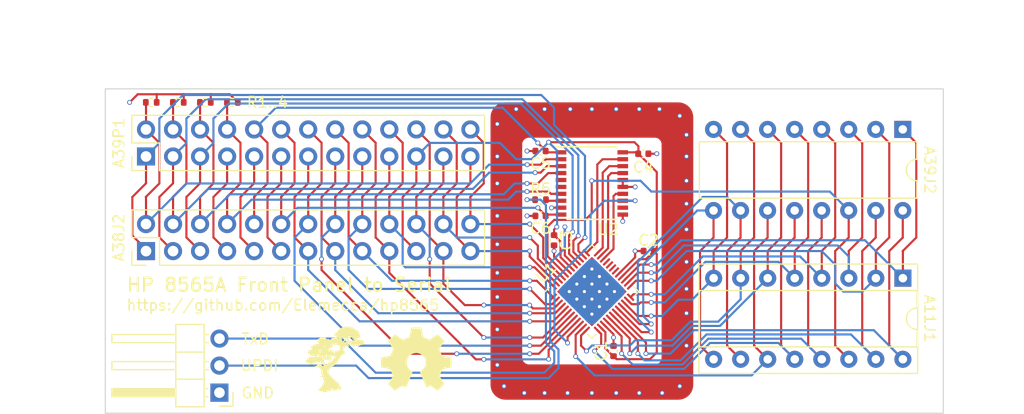
<source format=kicad_pcb>
(kicad_pcb (version 20211014) (generator pcbnew)
  (title_block (title "HP 8565A Front Panel to Serial") (date "2023-07-06") (rev "1.0") (company "© 2023 Sam Hanes, licensed under CERN-OHL-P v2") (comment 1 "https://github.com/Elemecca/hp8565"))
  (layers (0 "F.Cu" signal) (1 "In1.Cu" power) (2 "In2.Cu" power) (31 "B.Cu" signal) (34 "B.Paste" user) (35 "F.Paste" user) (36 "B.SilkS" user "B.Silkscreen") (37 "F.SilkS" user "F.Silkscreen") (38 "B.Mask" user) (39 "F.Mask" user) (44 "Edge.Cuts" user))
  (net 0 "")
  (net 1 "/STS")
  (net 2 "/BWK")
  (net 3 "/STM")
  (net 4 "/FSM")
  (net 5 "/STU")
  (net 6 "/FSK")
  (net 7 "GND")
  (net 8 "+15V")
  (net 9 "-15V")
  (net 10 "/MX2")
  (net 11 "/MX4")
  (net 12 "/MX1")
  (net 13 "/MX5")
  (net 14 "/MX6")
  (net 15 "+5V")
  (net 16 "/MX3")
  (net 17 "/CFdp")
  (net 18 "/CFf")
  (net 19 "/CFg")
  (net 20 "/CFe")
  (net 21 "/CFd")
  (net 22 "/CFc")
  (net 23 "/CFb")
  (net 24 "/CFa")
  (net 25 "/dpC")
  (net 26 "/CK")
  (net 31 "/NC1")
  (net 32 "/UPDI")
  (net 33 "/LOG{slash}~{LIN}")
  (net 36 "/TXD")
  (net 37 "/LLOG{slash}~{LIN}")
  (net 38 "/LTXD")
  (net 39 "/LBWK")
  (net 40 "/LFSK")
  (net 41 "/LFSM")
  (net 42 "/LFSE5")
  (net 43 "/LFSE6")
  (net 44 "/LFSE4")
  (net 45 "/LFSE7")
  (net 46 "/LFSE2")
  (net 47 "/LFSE3")
  (net 48 "/LFSE1")
  (net 49 "/HTXD")
  (net 51 "/CF5")
  (net 52 "/CF4")
  (net 53 "/CF2")
  (net 54 "/CF1")
  (net 55 "/~{CF0}")
  (net 56 "/~{CF3}")
  (footprint "Connector_PinHeader_2.54mm:PinHeader_2x13_P2.54mm_Vertical" (layer "F.Cu") (at 105.425 91.445 90)
    (fp_text reference "J1" hide)
    (fp_text value "Pin_Header")
  )
  (footprint "Capacitor_SMD:C_0402_1005Metric" (layer "F.Cu") (at 152.654 91.44 180)
    (fp_text reference "C2")
    (fp_text value "100n")
  )
  (footprint "Package_DFN_QFN:UQFN-48-1EP_6x6mm_P0.4mm_EP4.62x4.62mm" (layer "F.Cu") (at 147.32 95.25 45)
    (fp_text reference "U1")
    (fp_text value "ATmega4809-M")
  )
  (footprint "Capacitor_SMD:C_0402_1005Metric" (layer "F.Cu") (at 142.494 82.042 180)
    (fp_text reference "C5")
    (fp_text value "100n")
  )
  (footprint "Package_DIP:DIP-16_W7.62mm_Socket" (layer "F.Cu") (at 176.54 93.99 -90)
    (fp_text reference "J3" hide)
    (fp_text value "DIP Socket")
  )
  (footprint "Connector_PinHeader_2.54mm:PinHeader_2x13_P2.54mm_Vertical" (layer "F.Cu") (at 105.425 82.555 90)
    (fp_text reference "J2" hide)
    (fp_text value "Pin_Header")
  )
  (footprint "Capacitor_SMD:C_0402_1005Metric" (layer "F.Cu") (at 143.764 90.424 -90)
    (fp_text reference "C3")
    (fp_text value "100n")
  )
  (footprint "0Local:Masach_MS230-20" (layer "F.Cu") (at 147.32 91.44 90)
    (fp_text reference "J5" hide)
    (fp_text value "Masach_MS230-20S")
  )
  (footprint "Capacitor_SMD:C_0402_1005Metric" (layer "F.Cu") (at 149.352 100.838 90)
    (fp_text reference "C1")
    (fp_text value "100n")
  )
  (footprint "Connector_PinHeader_2.54mm:PinHeader_1x03_P2.54mm_Horizontal" (layer "F.Cu") (at 112.325 104.745 180)
    (fp_text reference "J4" hide)
    (fp_text value "Pin_Header")
  )
  (footprint "Capacitor_SMD:C_0402_1005Metric" (layer "F.Cu") (at 142.494 88.138 180)
    (fp_text reference "C6")
    (fp_text value "100n")
  )
  (footprint "Package_SO:SSOP-20_4.4x6.5mm_P0.65mm" (layer "F.Cu") (at 147.32 85.09)
    (fp_text reference "U2")
    (fp_text value "GD75232DB")
  )
  (footprint "0Local:Symbol_Bonsai_6.7mm" (layer "F.Cu") (at 123.19 101.6)
    (fp_text reference "G***" hide)
    (fp_text value "LOGO" hide)
  )
  (footprint "Capacitor_SMD:C_0402_1005Metric" (layer "F.Cu") (at 152.146 82.296)
    (fp_text reference "C4")
    (fp_text value "100n")
  )
  (footprint "Symbol:OSHW-Symbol_6.7x6mm_SilkScreen" (layer "F.Cu") (at 130.81 101.6)
    (fp_text reference "REF**" hide)
    (fp_text value "OSHW-Symbol_6.7x6mm_SilkScreen" hide)
  )
  (footprint "Resistor_SMD:R_0402_1005Metric" (layer "F.Cu") (at 113.538 77.47 180)
    (fp_text reference "R1" hide)
    (fp_text value "1k5")
  )
  (footprint "Resistor_SMD:R_0402_1005Metric" (layer "F.Cu") (at 142.494 86.614 180)
    (fp_text reference "R5")
    (fp_text value "50R")
  )
  (footprint "Resistor_SMD:R_0402_1005Metric" (layer "F.Cu") (at 110.998 77.47 180)
    (fp_text reference "R2" hide)
    (fp_text value "1k5")
  )
  (footprint "Package_DIP:DIP-16_W7.62mm" (layer "F.Cu") (at 176.53 80.01 -90)
    (fp_text reference "P1" hide)
    (fp_text value "DIP Pins")
  )
  (footprint "Resistor_SMD:R_0402_1005Metric" (layer "F.Cu") (at 108.458 77.47 180)
    (fp_text reference "R3" hide)
    (fp_text value "1k5")
  )
  (footprint "Resistor_SMD:R_0402_1005Metric" (layer "F.Cu") (at 105.918 77.47 180)
    (fp_text reference "R4" hide)
    (fp_text value "1k5")
  )
  (gr_rect (start 101.6 106.68) (end 180.34 76.2) (layer "Edge.Cuts") (width 0.1) (fill none))
  (gr_text "${TITLE}" (at 103.505 94.615) (layer "F.SilkS") (effects (font (size 1.25 1.25) (thickness 0.2)) (justify left)))
  (gr_text "R1..4" (at 114.808 77.47) (layer "F.SilkS") (effects (font (size 1 1)) (justify left)))
  (gr_text "${COMMENT1}" (at 103.505 96.52) (layer "F.SilkS") (effects (font (size 1 1)) (justify left)))
  (segment (start 104.14 89.985) (end 104.14 86.36) (width 0.2) (layer "F.Cu") (net 1))
  (segment (start 104.14 86.36) (end 105.425 85.075) (width 0.2) (layer "F.Cu") (net 1))
  (segment (start 146.05 91.434415) (end 146.05 90.790497) (width 0.2) (layer "F.Cu") (net 1))
  (segment (start 105.425 85.075) (end 105.425 82.555) (width 0.2) (layer "F.Cu") (net 1))
  (segment (start 146.05 90.790497) (end 146.670497 90.17) (width 0.2) (layer "F.Cu") (net 1))
  (segment (start 146.512131 91.896546) (end 146.05 91.434415) (width 0.2) (layer "F.Cu") (net 1))
  (segment (start 105.425 91.27) (end 104.14 89.985) (width 0.2) (layer "F.Cu") (net 1))
  (via (at 146.670497 90.17) (size 0.45) (drill 0.3) (layers "F.Cu" "B.Cu") (net 1))
  (segment (start 106.68 78.994) (end 106.68 81.3) (width 0.2) (layer "B.Cu") (net 1))
  (segment (start 146.670497 90.17) (end 146.670497 82.489441) (width 0.2) (layer "B.Cu") (net 1))
  (segment (start 106.68 81.3) (end 105.425 82.555) (width 0.2) (layer "B.Cu") (net 1))
  (segment (start 142.564 76.778) (end 108.896 76.778) (width 0.2) (layer "B.Cu") (net 1))
  (segment (start 143.764 77.978) (end 142.564 76.778) (width 0.2) (layer "B.Cu") (net 1))
  (segment (start 143.764 79.582944) (end 143.764 77.978) (width 0.2) (layer "B.Cu") (net 1))
  (segment (start 108.896 76.778) (end 106.68 78.994) (width 0.2) (layer "B.Cu") (net 1))
  (segment (start 146.670497 82.489441) (end 143.764 79.582944) (width 0.2) (layer "B.Cu") (net 1))
  (segment (start 105.425 86.375) (end 105.425 88.905) (width 0.2) (layer "F.Cu") (net 2))
  (segment (start 106.68 85.09) (end 105.41 86.36) (width 0.2) (layer "F.Cu") (net 2))
  (segment (start 142.48575 83.3285) (end 142.99925 82.815) (width 0.2) (layer "F.Cu") (net 2))
  (segment (start 142.99925 82.815) (end 144.42 82.815) (width 0.2) (layer "F.Cu") (net 2))
  (segment (start 105.425 80.015) (end 106.68 81.27) (width 0.2) (layer "F.Cu") (net 2))
  (segment (start 141.2405 83.3285) (end 142.48575 83.3285) (width 0.2) (layer "F.Cu") (net 2))
  (segment (start 105.425 80.015) (end 105.425 77.487) (width 0.2) (layer "F.Cu") (net 2))
  (segment (start 106.68 81.27) (end 106.68 85.09) (width 0.2) (layer "F.Cu") (net 2))
  (segment (start 105.41 86.36) (end 105.425 86.375) (width 0.2) (layer "F.Cu") (net 2))
  (via (at 141.2405 83.3285) (size 0.45) (drill 0.3) (layers "F.Cu" "B.Cu") (net 2))
  (segment (start 141.2405 83.3285) (end 137.6515 83.3285) (width 0.2) (layer "B.Cu") (net 2))
  (segment (start 135.89 85.09) (end 109.24 85.09) (width 0.2) (layer "B.Cu") (net 2))
  (segment (start 109.24 85.09) (end 105.425 88.905) (width 0.2) (layer "B.Cu") (net 2))
  (segment (start 137.6515 83.3285) (end 135.89 85.09) (width 0.2) (layer "B.Cu") (net 2))
  (segment (start 106.68 90.16) (end 107.965 91.445) (width 0.2) (layer "F.Cu") (net 3))
  (segment (start 106.68 86.36) (end 106.68 90.16) (width 0.2) (layer "F.Cu") (net 3))
  (segment (start 107.965 82.555) (end 107.965 85.075) (width 0.2) (layer "F.Cu") (net 3))
  (segment (start 146.229288 92.179389) (end 145.58 91.530101) (width 0.2) (layer "F.Cu") (net 3))
  (segment (start 107.965 85.075) (end 106.68 86.36) (width 0.2) (layer "F.Cu") (net 3))
  (segment (start 145.58 91.530101) (end 145.58 90.47061) (width 0.2) (layer "F.Cu") (net 3))
  (segment (start 145.58 90.47061) (end 146.041149 90.009461) (width 0.2) (layer "F.Cu") (net 3))
  (via (at 146.041149 90.009461) (size 0.45) (drill 0.3) (layers "F.Cu" "B.Cu") (net 3))
  (segment (start 109.22 81.3) (end 107.965 82.555) (width 0.2) (layer "B.Cu") (net 3))
  (segment (start 109.22 78.994) (end 109.22 81.3) (width 0.2) (layer "B.Cu") (net 3))
  (segment (start 146.041149 82.425779) (end 140.79337 77.178) (width 0.2) (layer "B.Cu") (net 3))
  (segment (start 146.041149 90.009461) (end 146.041149 82.425779) (width 0.2) (layer "B.Cu") (net 3))
  (segment (start 140.79337 77.178) (end 111.036 77.178) (width 0.2) (layer "B.Cu") (net 3))
  (segment (start 111.036 77.178) (end 109.22 78.994) (width 0.2) (layer "B.Cu") (net 3))
  (segment (start 109.22 85.09) (end 107.95 86.36) (width 0.2) (layer "F.Cu") (net 4))
  (segment (start 107.95 86.36) (end 107.965 86.375) (width 0.2) (layer "F.Cu") (net 4))
  (segment (start 142.494 84.074) (end 143.103 83.465) (width 0.2) (layer "F.Cu") (net 4))
  (segment (start 141.986 84.074) (end 142.494 84.074) (width 0.2) (layer "F.Cu") (net 4))
  (segment (start 143.103 83.465) (end 144.42 83.465) (width 0.2) (layer "F.Cu") (net 4))
  (segment (start 107.965 80.015) (end 109.22 81.27) (width 0.2) (layer "F.Cu") (net 4))
  (segment (start 107.965 80.015) (end 107.965 77.487) (width 0.2) (layer "F.Cu") (net 4))
  (segment (start 109.22 81.27) (end 109.22 85.09) (width 0.2) (layer "F.Cu") (net 4))
  (segment (start 107.965 86.375) (end 107.965 88.905) (width 0.2) (layer "F.Cu") (net 4))
  (via (at 141.986 84.074) (size 0.45) (drill 0.3) (layers "F.Cu" "B.Cu") (net 4))
  (segment (start 137.668 84.074) (end 136.144 85.598) (width 0.2) (layer "B.Cu") (net 4))
  (segment (start 111.272 85.598) (end 107.965 88.905) (width 0.2) (layer "B.Cu") (net 4))
  (segment (start 136.144 85.598) (end 111.272 85.598) (width 0.2) (layer "B.Cu") (net 4))
  (segment (start 141.986 84.074) (end 137.668 84.074) (width 0.2) (layer "B.Cu") (net 4))
  (segment (start 109.22 90.16) (end 110.505 91.445) (width 0.2) (layer "F.Cu") (net 5))
  (segment (start 145.18 91.695787) (end 145.946445 92.462232) (width 0.2) (layer "F.Cu") (net 5))
  (segment (start 145.18 89.966473) (end 145.18 91.695787) (width 0.2) (layer "F.Cu") (net 5))
  (segment (start 110.505 85.075) (end 109.22 86.36) (width 0.2) (layer "F.Cu") (net 5))
  (segment (start 145.508083 89.63839) (end 145.18 89.966473) (width 0.2) (layer "F.Cu") (net 5))
  (segment (start 109.22 86.36) (end 109.22 90.16) (width 0.2) (layer "F.Cu") (net 5))
  (segment (start 110.505 82.555) (end 110.505 85.075) (width 0.2) (layer "F.Cu") (net 5))
  (via (at 145.508083 89.63839) (size 0.45) (drill 0.3) (layers "F.Cu" "B.Cu") (net 5))
  (segment (start 111.76 78.994) (end 111.76 81.3) (width 0.2) (layer "B.Cu") (net 5))
  (segment (start 145.508083 82.458398) (end 140.627685 77.578) (width 0.2) (layer "B.Cu") (net 5))
  (segment (start 140.627685 77.578) (end 113.176 77.578) (width 0.2) (layer "B.Cu") (net 5))
  (segment (start 111.76 81.3) (end 110.505 82.555) (width 0.2) (layer "B.Cu") (net 5))
  (segment (start 145.508083 89.63839) (end 145.508083 82.458398) (width 0.2) (layer "B.Cu") (net 5))
  (segment (start 113.176 77.578) (end 111.76 78.994) (width 0.2) (layer "B.Cu") (net 5))
  (segment (start 110.505 80.015) (end 111.76 81.27) (width 0.2) (layer "F.Cu") (net 6))
  (segment (start 111.76 81.27) (end 111.76 85.09) (width 0.2) (layer "F.Cu") (net 6))
  (segment (start 143.215 84.115) (end 144.42 84.115) (width 0.2) (layer "F.Cu") (net 6))
  (segment (start 110.505 80.015) (end 110.505 77.487) (width 0.2) (layer "F.Cu") (net 6))
  (segment (start 110.49 86.36) (end 110.505 86.375) (width 0.2) (layer "F.Cu") (net 6))
  (segment (start 142.24 85.09) (end 143.215 84.115) (width 0.2) (layer "F.Cu") (net 6))
  (segment (start 110.505 86.375) (end 110.505 88.905) (width 0.2) (layer "F.Cu") (net 6))
  (segment (start 141.224 85.09) (end 142.24 85.09) (width 0.2) (layer "F.Cu") (net 6))
  (segment (start 111.76 85.09) (end 110.49 86.36) (width 0.2) (layer "F.Cu") (net 6))
  (via (at 141.224 85.09) (size 0.45) (drill 0.3) (layers "F.Cu" "B.Cu") (net 6))
  (segment (start 140.052157 85.09) (end 139.036157 86.106) (width 0.2) (layer "B.Cu") (net 6))
  (segment (start 113.304 86.106) (end 110.505 88.905) (width 0.2) (layer "B.Cu") (net 6))
  (segment (start 139.036157 86.106) (end 113.304 86.106) (width 0.2) (layer "B.Cu") (net 6))
  (segment (start 141.224 85.09) (end 140.052157 85.09) (width 0.2) (layer "B.Cu") (net 6))
  (segment (start 113.045 85.075) (end 111.76 86.36) (width 0.2) (layer "F.Cu") (net 7))
  (segment (start 150.22 85.415) (end 150.22 84.765) (width 0.2) (layer "F.Cu") (net 7))
  (segment (start 106.426 76.708) (end 108.966 76.708) (width 0.2) (layer "F.Cu") (net 7))
  (segment (start 111.508 77.47) (end 111.508 76.71) (width 0.2) (layer "F.Cu") (net 7))
  (segment (start 143.5375 87.365) (end 143.5265 87.376) (width 0.2) (layer "F.Cu") (net 7))
  (segment (start 113.286 76.708) (end 114.048 77.47) (width 0.2) (layer "F.Cu") (net 7))
  (segment (start 108.968 76.71) (end 108.966 76.708) (width 0.2) (layer "F.Cu") (net 7))
  (segment (start 111.76 86.36) (end 111.76 90.17) (width 0.2) (layer "F.Cu") (net 7))
  (segment (start 151.384 91.44) (end 151.384 92.034528) (width 0.2) (layer "F.Cu") (net 7))
  (segment (start 106.426 76.708) (end 104.648 76.708) (width 0.2) (layer "F.Cu") (net 7))
  (segment (start 143.764 90.904) (end 143.764 91.976843) (width 0.2) (layer "F.Cu") (net 7))
  (segment (start 149.352 100.358) (end 149.352 99.568) (width 0.2) (layer "F.Cu") (net 7))
  (segment (start 115.585 82.555) (end 115.585 85.075) (width 0.2) (layer "F.Cu") (net 7))
  (segment (start 106.428 77.47) (end 106.428 76.71) (width 0.2) (layer "F.Cu") (net 7))
  (segment (start 144.42 87.365) (end 143.5375 87.365) (width 0.2) (layer "F.Cu") (net 7))
  (segment (start 152.654 82.296) (end 153.416 82.296) (width 0.2) (layer "F.Cu") (net 7))
  (segment (start 104.648 76.708) (end 103.886 77.47) (width 0.2) (layer "F.Cu") (net 7))
  (segment (start 151.384 91.44) (end 152.174 91.44) (width 0.2) (layer "F.Cu") (net 7))
  (segment (start 143.764 91.44) (end 143.764 90.904) (width 0.2) (layer "F.Cu") (net 7))
  (segment (start 108.968 77.47) (end 108.968 76.71) (width 0.2) (layer "F.Cu") (net 7))
  (segment (start 108.966 76.708) (end 111.506 76.708) (width 0.2) (layer "F.Cu") (net 7))
  (segment (start 149.352 99.261899) (end 149.352 99.568) (width 0.2) (layer "F.Cu") (net 7))
  (segment (start 148.410712 98.320611) (end 149.352 99.261899) (width 0.2) (layer "F.Cu") (net 7))
  (segment (start 106.428 76.71) (end 106.426 76.708) (width 0.2) (layer "F.Cu") (net 7))
  (segment (start 111.508 76.71) (end 111.506 76.708) (width 0.2) (layer "F.Cu") (net 7))
  (segment (start 111.506 76.708) (end 113.286 76.708) (width 0.2) (layer "F.Cu") (net 7))
  (segment (start 142.014 82.042) (end 141.224 82.042) (width 0.2) (layer "F.Cu") (net 7))
  (segment (start 142.014 88.138) (end 141.224 88.138) (width 0.2) (layer "F.Cu") (net 7))
  (segment (start 150.22 88.015) (end 150.22 88.646) (width 0.2) (layer "F.Cu") (net 7))
  (segment (start 151.384 85.415) (end 150.22 85.415) (width 0.2) (layer "F.Cu") (net 7))
  (segment (start 114.3 86.36) (end 114.3 90.16) (width 0.2) (layer "F.Cu") (net 7))
  (segment (start 111.76 90.17) (end 111.77 90.17) (width 0.2) (layer "F.Cu") (net 7))
  (segment (start 111.77 90.17) (end 113.045 91.445) (width 0.2) (layer "F.Cu") (net 7))
  (segment (start 115.585 85.075) (end 114.3 86.36) (width 0.2) (layer "F.Cu") (net 7))
  (segment (start 114.3 90.16) (end 115.585 91.445) (width 0.2) (layer "F.Cu") (net 7))
  (segment (start 113.045 82.555) (end 113.045 85.075) (width 0.2) (layer "F.Cu") (net 7))
  (segment (start 143.764 91.976843) (end 145.097917 93.31076) (width 0.2) (layer "F.Cu") (net 7))
  (segment (start 151.384 92.034528) (end 149.824926 93.593602) (width 0.2) (layer "F.Cu") (net 7))
  (via (at 149.606 104.775) (size 0.45) (drill 0.3) (layers "F.Cu" "B.Cu") (net 7))
  (via locked (at 146.612893 95.25) (size 0.45) (drill 0.3) (layers "F.Cu" "B.Cu") (net 7))
  (via (at 142.875 78.105) (size 0.45) (drill 0.3) (layers "F.Cu" "B.Cu") (net 7))
  (via (at 155.575 104.14) (size 0.45) (drill 0.3) (layers "F.Cu" "B.Cu") (net 7))
  (via (at 156.21 89.408) (size 0.45) (drill 0.3) (layers "F.Cu" "B.Cu") (net 7))
  (via (at 153.67 78.105) (size 0.45) (drill 0.3) (layers "F.Cu" "B.Cu") (net 7))
  (via (at 149.606 78.105) (size 0.45) (drill 0.3) (layers "F.Cu" "B.Cu") (net 7))
  (via (at 141.224 88.138) (size 0.45) (drill 0.3) (layers "F.Cu" "B.Cu") (net 7))
  (via (at 153.924 104.775) (size 0.45) (drill 0.3) (layers "F.Cu" "B.Cu") (net 7))
  (via locked (at 148.734214 95.957107) (size 0.45) (drill 0.3) (layers "F.Cu" "B.Cu") (net 7))
  (via (at 153.416 82.296) (size 0.45) (drill 0.3) (layers "F.Cu" "B.Cu") (net 7))
  (via locked (at 147.32 94.542893) (size 0.45) (drill 0.3) (layers "F.Cu" "B.Cu") (net 7))
  (via (at 147.32 78.105) (size 0.45) (drill 0.3) (layers "F.Cu" "B.Cu") (net 7))
  (via locked (at 147.32 97.37132) (size 0.45) (drill 0.3) (layers "F.Cu" "B.Cu") (net 7))
  (via (at 138.43 82.55) (size 0.45) (drill 0.3) (layers "F.Cu" "B.Cu") (net 7))
  (via (at 151.765 104.775) (size 0.45) (drill 0.3) (layers "F.Cu" "B.Cu") (net 7))
  (via (at 138.43 93.4885) (size 0.45) (drill 0.3) (layers "F.Cu" "B.Cu") (net 7))
  (via (at 155.575 78.74) (size 0.45) (drill 0.3) (layers "F.Cu" "B.Cu") (net 7))
  (via (at 156.21 97.282) (size 0.45) (drill 0.3) (layers "F.Cu" "B.Cu") (net 7))
  (via locked (at 146.612893 93.835786) (size 0.45) (drill 0.3) (layers "F.Cu" "B.Cu") (net 7))
  (via (at 143.5265 87.376) (size 0.45) (drill 0.3) (layers "F.Cu" "B.Cu") (net 7))
  (via (at 138.43 85.09) (size 0.45) (drill 0.3) (layers "F.Cu" "B.Cu") (net 7))
  (via locked (at 148.027107 95.25) (size 0.45) (drill 0.3) (layers "F.Cu" "B.Cu") (net 7))
  (via (at 138.43 90.805) (size 0.45) (drill 0.3) (layers "F.Cu" "B.Cu") (net 7))
  (via (at 156.21 82.55) (size 0.45) (drill 0.3) (layers "F.Cu" "B.Cu") (net 7))
  (via (at 138.43 102.141) (size 0.45) (drill 0.3) (layers "F.Cu" "B.Cu") (net 7))
  (via (at 138.43 88.138) (size 0.45) (drill 0.3) (layers "F.Cu" "B.Cu") (net 7))
  (via (at 156.21 80.518) (size 0.45) (drill 0.3) (layers "F.Cu" "B.Cu") (net 7))
  (via (at 156.21 84.836) (size 0.45) (drill 0.3) (layers "F.Cu" "B.Cu") (net 7))
  (via (at 143.764 91.44) (size 0.45) (drill 0.3) (layers "F.Cu" "B.Cu") (net 7))
  (via locked (at 147.32 95.957107) (size 0.45) (drill 0.3) (layers "F.Cu" "B.Cu") (net 7))
  (via locked (at 148.027107 93.835786) (size 0.45) (drill 0.3) (layers "F.Cu" "B.Cu") (net 7))
  (via (at 103.886 77.47) (size 0.45) (drill 0.3) (layers "F.Cu" "B.Cu") (net 7))
  (via (at 156.21 94.996) (size 0.45) (drill 0.3) (layers "F.Cu" "B.Cu") (net 7))
  (via (at 138.43 98.806) (size 0.45) (drill 0.3) (layers "F.Cu" "B.Cu") (net 7))
  (via (at 151.765 78.105) (size 0.45) (drill 0.3) (layers "F.Cu" "B.Cu") (net 7))
  (via (at 138.43 79.502) (size 0.45) (drill 0.3) (layers "F.Cu" "B.Cu") (net 7))
  (via (at 156.21 92.456) (size 0.45) (drill 0.3) (layers "F.Cu" "B.Cu") (net 7))
  (via (at 147.32 104.775) (size 0.45) (drill 0.3) (layers "F.Cu" "B.Cu") (net 7))
  (via (at 151.384 85.415) (size 0.45) (drill 0.3) (layers "F.Cu" "B.Cu") (net 7))
  (via (at 138.43 95.758) (size 0.45) (drill 0.3) (layers "F.Cu" "B.Cu") (net 7))
  (via (at 156.21 100.33) (size 0.45) (drill 0.3) (layers "F.Cu" "B.Cu") (net 7))
  (via (at 150.22 88.646) (size 0.45) (drill 0.3) (layers "F.Cu" "B.Cu") (net 7))
  (via locked (at 145.905786 94.542893) (size 0.45) (drill 0.3) (layers "F.Cu" "B.Cu") (net 7))
  (via (at 140.97 104.775) (size 0.45) (drill 0.3) (layers "F.Cu" "B.Cu") (net 7))
  (via (at 149.352 99.568) (size 0.45) (drill 0.3) (layers "F.Cu" "B.Cu") (net 7))
  (via locked (at 147.32 93.12868) (size 0.45) (drill 0.3) (layers "F.Cu" "B.Cu") (net 7))
  (via (at 151.384 91.44) (size 0.45) (drill 0.3) (layers "F.Cu" "B.Cu") (net 7))
  (via locked (at 148.734214 94.542893) (size 0.45) (drill 0.3) (layers "F.Cu" "B.Cu") (net 7))
  (via (at 156.21 86.995) (size 0.45) (drill 0.3) (layers "F.Cu" "B.Cu") (net 7))
  (via locked (at 146.612893 96.664214) (size 0.45) (drill 0.3) (layers "F.Cu" "B.Cu") (net 7))
  (via locked (at 148.027107 96.664214) (size 0.45) (drill 0.3) (layers "F.Cu" "B.Cu") (net 7))
  (via (at 140.208 78.105) (size 0.45) (drill 0.3) (layers "F.Cu" "B.Cu") (net 7))
  (via locked (at 149.44132 95.25) (size 0.45) (drill 0.3) (layers "F.Cu" "B.Cu") (net 7))
  (via locked (at 145.19868 95.25) (size 0.45) (drill 0.3) (layers "F.Cu" "B.Cu") (net 7))
  (via (at 145.288 78.105) (size 0.45) (drill 0.3) (layers "F.Cu" "B.Cu") (net 7))
  (via (at 142.875 104.775) (size 0.45) (drill 0.3) (layers "F.Cu" "B.Cu") (net 7))
  (via (at 141.224 82.042) (size 0.45) (drill 0.3) (layers "F.Cu" "B.Cu") (net 7))
  (via locked (at 145.905786 95.957107) (size 0.45) (drill 0.3) (layers "F.Cu" "B.Cu") (net 7))
  (via (at 145.034 104.775) (size 0.45) (drill 0.3) (layers "F.Cu" "B.Cu") (net 7))
  (via (at 139.065 104.14) (size 0.45) (drill 0.3) (layers "F.Cu" "B.Cu") (net 7))
  (segment (start 115.585 80.015) (end 116.84 81.27) (width 0.2) (layer "F.Cu") (net 8))
  (segment (start 116.84 85.09) (end 115.57 86.36) (width 0.2) (layer "F.Cu") (net 8))
  (segment (start 115.57 86.36) (end 115.585 86.375) (width 0.2) (layer "F.Cu") (net 8))
  (segment (start 116.84 81.27) (end 116.84 85.09) (width 0.2) (layer "F.Cu") (net 8))
  (segment (start 142.974 82.014) (end 142.24 81.28) (width 0.2) (layer "F.Cu") (net 8))
  (segment (start 144.42 82.165) (end 143.097 82.165) (width 0.2) (layer "F.Cu") (net 8))
  (segment (start 115.585 86.375) (end 115.585 88.905) (width 0.2) (layer "F.Cu") (net 8))
  (via (at 142.24 81.28) (size 0.45) (drill 0.3) (layers "F.Cu" "B.Cu") (net 8))
  (segment (start 117.622 77.978) (end 115.585 80.015) (width 0.2) (layer "B.Cu") (net 8))
  (segment (start 138.938 77.978) (end 117.622 77.978) (width 0.2) (layer "B.Cu") (net 8))
  (segment (start 142.24 81.28) (end 138.938 77.978) (width 0.2) (layer "B.Cu") (net 8))
  (segment (start 118.125 80.015) (end 119.38 81.27) (width 0.2) (layer "F.Cu") (net 9))
  (segment (start 119.38 81.27) (end 119.38 85.09) (width 0.2) (layer "F.Cu") (net 9))
  (segment (start 143.097 88.015) (end 144.42 88.015) (width 0.2) (layer "F.Cu") (net 9))
  (segment (start 118.11 86.36) (end 118.125 86.375) (width 0.2) (layer "F.Cu") (net 9))
  (segment (start 119.38 85.09) (end 118.11 86.36) (width 0.2) (layer "F.Cu") (net 9))
  (segment (start 142.24 87.376) (end 142.974 88.11) (width 0.2) (layer "F.Cu") (net 9))
  (segment (start 118.125 86.375) (end 118.125 88.905) (width 0.2) (layer "F.Cu") (net 9))
  (via (at 142.24 87.376) (size 0.45) (drill 0.3) (layers "F.Cu" "B.Cu") (net 9))
  (segment (start 119.654 87.376) (end 118.125 88.905) (width 0.2) (layer "B.Cu") (net 9))
  (segment (start 142.24 87.376) (end 119.654 87.376) (width 0.2) (layer "B.Cu") (net 9))
  (segment (start 143.677472 98.044) (end 144.815074 96.906398) (width 0.2) (layer "F.Cu") (net 10))
  (segment (start 120.665 82.555) (end 120.665 85.075) (width 0.2) (layer "F.Cu") (net 10))
  (segment (start 119.38 90.16) (end 120.665 91.445) (width 0.2) (layer "F.Cu") (net 10))
  (segment (start 120.665 85.075) (end 119.38 86.36) (width 0.2) (layer "F.Cu") (net 10))
  (segment (start 141.478 98.044) (end 143.677472 98.044) (width 0.2) (layer "F.Cu") (net 10))
  (segment (start 119.38 86.36) (end 119.38 90.16) (width 0.2) (layer "F.Cu") (net 10))
  (via (at 141.478 98.044) (size 0.45) (drill 0.3) (layers "F.Cu" "B.Cu") (net 10))
  (segment (start 125.491 98.044) (end 120.665 93.218) (width 0.2) (layer "B.Cu") (net 10))
  (segment (start 141.478 98.044) (end 125.491 98.044) (width 0.2) (layer "B.Cu") (net 10))
  (segment (start 120.665 93.218) (end 120.665 91.445) (width 0.2) (layer "B.Cu") (net 10))
  (segment (start 121.92 85.09) (end 120.65 86.36) (width 0.2) (layer "F.Cu") (net 11))
  (segment (start 120.665 80.015) (end 121.92 81.27) (width 0.2) (layer "F.Cu") (net 11))
  (segment (start 121.92 81.27) (end 121.92 85.09) (width 0.2) (layer "F.Cu") (net 11))
  (segment (start 141.478 100.33) (end 142.522843 100.33) (width 0.2) (layer "F.Cu") (net 11))
  (segment (start 120.665 86.375) (end 120.665 88.905) (width 0.2) (layer "F.Cu") (net 11))
  (segment (start 142.522843 100.33) (end 145.38076 97.472083) (width 0.2) (layer "F.Cu") (net 11))
  (segment (start 120.65 86.36) (end 120.665 86.375) (width 0.2) (layer "F.Cu") (net 11))
  (via (at 141.478 100.33) (size 0.45) (drill 0.3) (layers "F.Cu" "B.Cu") (net 11))
  (segment (start 125.476 100.33) (end 141.478 100.33) (width 0.2) (layer "B.Cu") (net 11))
  (segment (start 119.38 94.234) (end 125.476 100.33) (width 0.2) (layer "B.Cu") (net 11))
  (segment (start 119.38 90.17) (end 119.38 94.234) (width 0.2) (layer "B.Cu") (net 11))
  (segment (start 120.665 88.905) (end 119.4 90.17) (width 0.2) (layer "B.Cu") (net 11))
  (segment (start 119.4 90.17) (end 119.38 90.17) (width 0.2) (layer "B.Cu") (net 11))
  (segment (start 141.475905 97.282) (end 143.873787 97.282) (width 0.2) (layer "F.Cu") (net 12))
  (segment (start 143.873787 97.282) (end 144.532232 96.623555) (width 0.2) (layer "F.Cu") (net 12))
  (segment (start 123.205 85.075) (end 121.92 86.36) (width 0.2) (layer "F.Cu") (net 12))
  (segment (start 123.205 82.555) (end 123.205 85.075) (width 0.2) (layer "F.Cu") (net 12))
  (segment (start 121.92 86.36) (end 121.92 90.16) (width 0.2) (layer "F.Cu") (net 12))
  (segment (start 121.92 90.16) (end 123.205 91.445) (width 0.2) (layer "F.Cu") (net 12))
  (via (at 141.475905 97.282) (size 0.45) (drill 0.3) (layers "F.Cu" "B.Cu") (net 12))
  (segment (start 127.254 97.282) (end 123.205 93.233) (width 0.2) (layer "B.Cu") (net 12))
  (segment (start 123.205 93.233) (end 123.205 91.445) (width 0.2) (layer "B.Cu") (net 12))
  (segment (start 141.475905 97.282) (end 127.254 97.282) (width 0.2) (layer "B.Cu") (net 12))
  (segment (start 124.46 85.09) (end 123.19 86.36) (width 0.2) (layer "F.Cu") (net 13))
  (segment (start 134.62 101.092) (end 129.794 101.092) (width 0.2) (layer "F.Cu") (net 13))
  (segment (start 123.205 86.375) (end 123.205 88.905) (width 0.2) (layer "F.Cu") (net 13))
  (segment (start 141.478 101.092) (end 142.326528 101.092) (width 0.2) (layer "F.Cu") (net 13))
  (segment (start 124.46 81.27) (end 124.46 85.09) (width 0.2) (layer "F.Cu") (net 13))
  (segment (start 121.92 93.218) (end 121.92 92.202) (width 0.2) (layer "F.Cu") (net 13))
  (segment (start 123.19 86.36) (end 123.205 86.375) (width 0.2) (layer "F.Cu") (net 13))
  (segment (start 129.794 101.092) (end 121.92 93.218) (width 0.2) (layer "F.Cu") (net 13))
  (segment (start 123.205 80.015) (end 124.46 81.27) (width 0.2) (layer "F.Cu") (net 13))
  (segment (start 142.326528 101.092) (end 145.663602 97.754926) (width 0.2) (layer "F.Cu") (net 13))
  (via (at 121.92 92.202) (size 0.45) (drill 0.3) (layers "F.Cu" "B.Cu") (net 13))
  (via (at 141.478 101.092) (size 0.45) (drill 0.3) (layers "F.Cu" "B.Cu") (net 13))
  (via (at 134.62 101.092) (size 0.45) (drill 0.3) (layers "F.Cu" "B.Cu") (net 13))
  (segment (start 121.94 90.17) (end 123.205 88.905) (width 0.2) (layer "B.Cu") (net 13))
  (segment (start 121.92 92.202) (end 121.92 90.17) (width 0.2) (layer "B.Cu") (net 13))
  (segment (start 134.62 101.092) (end 141.478 101.092) (width 0.2) (layer "B.Cu") (net 13))
  (segment (start 121.92 90.17) (end 121.94 90.17) (width 0.2) (layer "B.Cu") (net 13))
  (segment (start 143.256 101.6) (end 143.256 100.728213) (width 0.2) (layer "F.Cu") (net 14))
  (segment (start 127.01 90.17) (end 128.285 91.445) (width 0.2) (layer "F.Cu") (net 14))
  (segment (start 136.4145 101.6165) (end 128.285 93.487) (width 0.2) (layer "F.Cu") (net 14))
  (segment (start 128.285 85.075) (end 127 86.36) (width 0.2) (layer "F.Cu") (net 14))
  (segment (start 137.16 101.6165) (end 136.4145 101.6165) (width 0.2) (layer "F.Cu") (net 14))
  (segment (start 128.285 82.555) (end 128.285 85.075) (width 0.2) (layer "F.Cu") (net 14))
  (segment (start 128.285 93.487) (end 128.285 91.445) (width 0.2) (layer "F.Cu") (net 14))
  (segment (start 127 86.36) (end 127 90.17) (width 0.2) (layer "F.Cu") (net 14))
  (segment (start 127 90.17) (end 127.01 90.17) (width 0.2) (layer "F.Cu") (net 14))
  (segment (start 143.256 100.728213) (end 145.946445 98.037768) (width 0.2) (layer "F.Cu") (net 14))
  (via (at 143.256 101.6) (size 0.45) (drill 0.3) (layers "F.Cu" "B.Cu") (net 14))
  (via (at 137.16 101.6165) (size 0.45) (drill 0.3) (layers "F.Cu" "B.Cu") (net 14))
  (segment (start 137.16 101.6165) (end 143.2395 101.6165) (width 0.2) (layer "B.Cu") (net 14))
  (segment (start 143.2395 101.6165) (end 143.256 101.6) (width 0.2) (layer "B.Cu") (net 14))
  (segment (start 153.416 100.965) (end 152.781 101.6) (width 0.2) (layer "F.Cu") (net 15))
  (segment (start 149.634 101.6) (end 149.352 101.318) (width 0.2) (layer "F.Cu") (net 15))
  (segment (start 151.318502 81.214502) (end 151.694 81.59) (width 0.2) (layer "F.Cu") (net 15))
  (segment (start 152.4 92.202) (end 153.134 91.468) (width 0.2) (layer "F.Cu") (net 15))
  (segment (start 144.374 90.554) (end 144.374 92.021157) (width 0.2) (layer "F.Cu") (net 15))
  (segment (start 151.782213 92.202) (end 152.4 92.202) (width 0.2) (layer "F.Cu") (net 15))
  (segment (start 148.59 99.065585) (end 148.59 100.584) (width 0.2) (layer "F.Cu") (net 15))
  (segment (start 130.825 85.075) (end 129.54 86.36) (width 0.2) (layer "F.Cu") (net 15))
  (segment (start 144.374 92.021157) (end 145.38076 93.027917) (width 0.2) (layer "F.Cu") (net 15))
  (segment (start 148.59 100.584) (end 149.324 101.318) (width 0.2) (layer "F.Cu") (net 15))
  (segment (start 151.694 81.59) (end 151.694 82.296) (width 0.2) (layer "F.Cu") (net 15))
  (segment (start 130.825 82.555) (end 130.825 85.075) (width 0.2) (layer "F.Cu") (net 15))
  (segment (start 129.54 90.16) (end 130.825 91.445) (width 0.2) (layer "F.Cu") (net 15))
  (segment (start 150.22 82.165) (end 151.563 82.165) (width 0.2) (layer "F.Cu") (net 15))
  (segment (start 153.416 84.018) (end 153.416 91.158) (width 0.2) (layer "F.Cu") (net 15))
  (segment (start 143.764 89.944) (end 144.374 90.554) (width 0.2) (layer "F.Cu") (net 15))
  (segment (start 129.54 86.36) (end 129.54 90.16) (width 0.2) (layer "F.Cu") (net 15))
  (segment (start 151.694 82.296) (end 153.416 84.018) (width 0.2) (layer "F.Cu") (net 15))
  (segment (start 153.416 91.722) (end 153.416 100.965) (width 0.2) (layer "F.Cu") (net 15))
  (segment (start 150.107768 93.876445) (end 151.782213 92.202) (width 0.2) (layer "F.Cu") (net 15))
  (segment (start 153.134 91.44) (end 153.416 91.722) (width 0.2) (layer "F.Cu") (net 15))
  (segment (start 143.764 89.4245) (end 144.018 89.1705) (width 0.2) (layer "F.Cu") (net 15))
  (segment (start 143.764 89.944) (end 143.764 89.4245) (width 0.2) (layer "F.Cu") (net 15))
  (segment (start 143.256 81.214502) (end 151.318502 81.214502) (width 0.2) (layer "F.Cu") (net 15))
  (segment (start 153.416 91.158) (end 153.134 91.44) (width 0.2) (layer "F.Cu") (net 15))
  (segment (start 148.127869 98.603454) (end 148.59 99.065585) (width 0.2) (layer "F.Cu") (net 15))
  (segment (start 152.781 101.6) (end 149.634 101.6) (width 0.2) (layer "F.Cu") (net 15))
  (via (at 144.018 89.1705) (size 0.45) (drill 0.3) (layers "F.Cu" "B.Cu") (net 15))
  (via (at 143.256 81.214502) (size 0.45) (drill 0.3) (layers "F.Cu" "B.Cu") (net 15))
  (segment (start 141.666502 82.804) (end 140.208 82.804) (width 0.2) (layer "B.Cu") (net 15))
  (segment (start 143.256 81.214502) (end 141.666502 82.804) (width 0.2) (layer "B.Cu") (net 15))
  (segment (start 132.08 81.3) (end 130.825 82.555) (width 0.2) (layer "B.Cu") (net 15))
  (segment (start 138.684 81.28) (end 132.08 81.28) (width 0.2) (layer "B.Cu") (net 15))
  (segment (start 144.018 89.1705) (end 144.0515 89.137) (width 0.2) (layer "B.Cu") (net 15))
  (segment (start 144.0515 89.137) (end 144.0515 82.010002) (width 0.2) (layer "B.Cu") (net 15))
  (segment (start 144.0515 82.010002) (end 143.256 81.214502) (width 0.2) (layer "B.Cu") (net 15))
  (segment (start 140.208 82.804) (end 138.684 81.28) (width 0.2) (layer "B.Cu") (net 15))
  (segment (start 132.08 81.28) (end 132.08 81.3) (width 0.2) (layer "B.Cu") (net 15))
  (segment (start 132.08 92.202) (end 132.08 94.488) (width 0.2) (layer "F.Cu") (net 16))
  (segment (start 132.08 94.488) (end 137.16 99.568) (width 0.2) (layer "F.Cu") (net 16))
  (segment (start 130.81 86.36) (end 130.825 86.375) (width 0.2) (layer "F.Cu") (net 16))
  (segment (start 141.478 99.568) (end 142.719157 99.568) (width 0.2) (layer "F.Cu") (net 16))
  (segment (start 130.825 80.015) (end 132.08 81.27) (width 0.2) (layer "F.Cu") (net 16))
  (segment (start 142.719157 99.568) (end 145.097917 97.18924) (width 0.2) (layer "F.Cu") (net 16))
  (segment (start 130.825 86.375) (end 130.825 88.905) (width 0.2) (layer "F.Cu") (net 16))
  (segment (start 132.08 81.27) (end 132.08 85.09) (width 0.2) (layer "F.Cu") (net 16))
  (segment (start 132.08 85.09) (end 130.81 86.36) (width 0.2) (layer "F.Cu") (net 16))
  (via (at 141.478 99.568) (size 0.45) (drill 0.3) (layers "F.Cu" "B.Cu") (net 16))
  (via (at 137.16 99.568) (size 0.45) (drill 0.3) (layers "F.Cu" "B.Cu") (net 16))
  (via (at 132.08 92.202) (size 0.45) (drill 0.3) (layers "F.Cu" "B.Cu") (net 16))
  (segment (start 132.08 92.202) (end 132.08 90.16) (width 0.2) (layer "B.Cu") (net 16))
  (segment (start 137.16 99.568) (end 141.478 99.568) (width 0.2) (layer "B.Cu") (net 16))
  (segment (start 132.08 90.16) (end 130.825 88.905) (width 0.2) (layer "B.Cu") (net 16))
  (segment (start 176.53 80.01) (end 177.8 81.28) (width 0.2) (layer "F.Cu") (net 17))
  (segment (start 176.53 91.44) (end 176.54 91.45) (width 0.2) (layer "F.Cu") (net 17))
  (segment (start 152.8915 92.71) (end 151.839899 92.71) (width 0.2) (layer "F.Cu") (net 17))
  (segment (start 177.8 81.28) (end 177.8 90.17) (width 0.2) (layer "F.Cu") (net 17))
  (segment (start 176.54 91.45) (end 176.54 93.99) (width 0.2) (layer "F.Cu") (net 17))
  (segment (start 177.8 90.17) (end 176.53 91.44) (width 0.2) (layer "F.Cu") (net 17))
  (segment (start 151.839899 92.71) (end 150.390611 94.159288) (width 0.2) (layer "F.Cu") (net 17))
  (via (at 152.8915 92.71) (size 0.45) (drill 0.3) (layers "F.Cu" "B.Cu") (net 17))
  (segment (start 172.974 90.424) (end 176.54 93.99) (width 0.2) (layer "B.Cu") (net 17))
  (segment (start 153.416 92.71) (end 155.702 90.424) (width 0.2) (layer "B.Cu") (net 17))
  (segment (start 155.702 90.424) (end 172.974 90.424) (width 0.2) (layer "B.Cu") (net 17))
  (segment (start 152.8915 92.71) (end 153.416 92.71) (width 0.2) (layer "B.Cu") (net 17))
  (segment (start 174 91.45) (end 174 93.99) (width 0.2) (layer "F.Cu") (net 18))
  (segment (start 175.26 90.17) (end 173.99 91.44) (width 0.2) (layer "F.Cu") (net 18))
  (segment (start 173.99 80.01) (end 175.26 81.28) (width 0.2) (layer "F.Cu") (net 18))
  (segment (start 150.956297 94.724973) (end 151.44727 94.234) (width 0.2) (layer "F.Cu") (net 18))
  (segment (start 173.99 91.44) (end 174 91.45) (width 0.2) (layer "F.Cu") (net 18))
  (segment (start 175.26 81.28) (end 175.26 90.17) (width 0.2) (layer "F.Cu") (net 18))
  (segment (start 151.44727 94.234) (end 152.8915 94.234) (width 0.2) (layer "F.Cu") (net 18))
  (via (at 152.8915 94.234) (size 0.45) (drill 0.3) (layers "F.Cu" "B.Cu") (net 18))
  (segment (start 153.416 94.234) (end 156.21 91.44) (width 0.2) (layer "B.Cu") (net 18))
  (segment (start 156.21 91.44) (end 168.91 91.44) (width 0.2) (layer "B.Cu") (net 18))
  (segment (start 170.18 92.71) (end 170.18 94.488) (width 0.2) (layer "B.Cu") (net 18))
  (segment (start 170.18 94.488) (end 170.942 95.25) (width 0.2) (layer "B.Cu") (net 18))
  (segment (start 168.91 91.44) (end 170.18 92.71) (width 0.2) (layer "B.Cu") (net 18))
  (segment (start 152.8915 94.234) (end 153.416 94.234) (width 0.2) (layer "B.Cu") (net 18))
  (segment (start 172.74 95.25) (end 174 93.99) (width 0.2) (layer "B.Cu") (net 18))
  (segment (start 170.942 95.25) (end 172.74 95.25) (width 0.2) (layer "B.Cu") (net 18))
  (segment (start 151.643585 93.472) (end 152.8915 93.472) (width 0.2) (layer "F.Cu") (net 19))
  (segment (start 172.72 81.28) (end 172.72 90.17) (width 0.2) (layer "F.Cu") (net 19))
  (segment (start 171.45 80.01) (end 172.72 81.28) (width 0.2) (layer "F.Cu") (net 19))
  (segment (start 172.72 90.17) (end 171.45 91.44) (width 0.2) (layer "F.Cu") (net 19))
  (segment (start 171.45 91.44) (end 171.46 91.45) (width 0.2) (layer "F.Cu") (net 19))
  (segment (start 171.46 91.45) (end 171.46 93.99) (width 0.2) (layer "F.Cu") (net 19))
  (segment (start 150.673454 94.442131) (end 151.643585 93.472) (width 0.2) (layer "F.Cu") (net 19))
  (via (at 152.8915 93.472) (size 0.45) (drill 0.3) (layers "F.Cu" "B.Cu") (net 19))
  (segment (start 170.417 90.915) (end 171.46 91.958) (width 0.2) (layer "B.Cu") (net 19))
  (segment (start 171.46 91.958) (end 171.46 93.99) (width 0.2) (layer "B.Cu") (net 19))
  (segment (start 152.8915 93.472) (end 153.416 93.472) (width 0.2) (layer "B.Cu") (net 19))
  (segment (start 155.973 90.915) (end 170.417 90.915) (width 0.2) (layer "B.Cu") (net 19))
  (segment (start 153.416 93.472) (end 155.973 90.915) (width 0.2) (layer "B.Cu") (net 19))
  (segment (start 168.92 91.45) (end 168.92 93.99) (width 0.2) (layer "F.Cu") (net 20))
  (segment (start 170.18 81.28) (end 170.18 90.17) (width 0.2) (layer "F.Cu") (net 20))
  (segment (start 168.91 91.44) (end 168.92 91.45) (width 0.2) (layer "F.Cu") (net 20))
  (segment (start 168.91 80.01) (end 170.18 81.28) (width 0.2) (layer "F.Cu") (net 20))
  (segment (start 152.8915 95.504) (end 151.227324 95.504) (width 0.2) (layer "F.Cu") (net 20))
  (segment (start 151.227324 95.504) (end 150.956297 95.775027) (width 0.2) (layer "F.Cu") (net 20))
  (segment (start 170.18 90.17) (end 168.91 91.44) (width 0.2) (layer "F.Cu") (net 20))
  (via (at 152.8915 95.504) (size 0.45) (drill 0.3) (layers "F.Cu" "B.Cu") (net 20))
  (segment (start 152.8915 95.504) (end 154.178 95.504) (width 0.2) (layer "B.Cu") (net 20))
  (segment (start 154.178 95.504) (end 157.734 91.948) (width 0.2) (layer "B.Cu") (net 20))
  (segment (start 157.734 91.948) (end 166.878 91.948) (width 0.2) (layer "B.Cu") (net 20))
  (segment (start 166.878 91.948) (end 168.92 93.99) (width 0.2) (layer "B.Cu") (net 20))
  (segment (start 151.727149 96.430851) (end 151.046436 96.430851) (width 0.2) (layer "F.Cu") (net 21))
  (segment (start 166.38 91.45) (end 166.38 93.99) (width 0.2) (layer "F.Cu") (net 21))
  (segment (start 167.64 81.28) (end 167.64 90.17) (width 0.2) (layer "F.Cu") (net 21))
  (segment (start 151.892 96.266) (end 151.727149 96.430851) (width 0.2) (layer "F.Cu") (net 21))
  (segment (start 167.64 90.17) (end 166.37 91.44) (width 0.2) (layer "F.Cu") (net 21))
  (segment (start 151.046436 96.430851) (end 150.673454 96.057869) (width 0.2) (layer "F.Cu") (net 21))
  (segment (start 166.37 91.44) (end 166.38 91.45) (width 0.2) (layer "F.Cu") (net 21))
  (segment (start 152.8915 96.266) (end 151.892 96.266) (width 0.2) (layer "F.Cu") (net 21))
  (segment (start 166.37 80.01) (end 167.64 81.28) (width 0.2) (layer "F.Cu") (net 21))
  (via (at 152.8915 96.266) (size 0.45) (drill 0.3) (layers "F.Cu" "B.Cu") (net 21))
  (segment (start 154.178 96.266) (end 157.988 92.456) (width 0.2) (layer "B.Cu") (net 21))
  (segment (start 164.846 92.456) (end 166.38 93.99) (width 0.2) (layer "B.Cu") (net 21))
  (segment (start 152.8915 96.266) (end 154.178 96.266) (width 0.2) (layer "B.Cu") (net 21))
  (segment (start 157.988 92.456) (end 164.846 92.456) (width 0.2) (layer "B.Cu") (net 21))
  (segment (start 158.75 80.01) (end 160.02 81.28) (width 0.2) (layer "F.Cu") (net 22))
  (segment (start 151.585899 97.536) (end 152.8915 97.536) (width 0.2) (layer "F.Cu") (net 22))
  (segment (start 158.75 91.44) (end 158.76 91.45) (width 0.2) (layer "F.Cu") (net 22))
  (segment (start 160.02 81.28) (end 160.02 90.17) (width 0.2) (layer "F.Cu") (net 22))
  (segment (start 160.02 90.17) (end 158.75 91.44) (width 0.2) (layer "F.Cu") (net 22))
  (segment (start 158.76 91.45) (end 158.76 93.99) (width 0.2) (layer "F.Cu") (net 22))
  (segment (start 150.390611 96.340712) (end 151.585899 97.536) (width 0.2) (layer "F.Cu") (net 22))
  (via (at 152.8915 97.536) (size 0.45) (drill 0.3) (layers "F.Cu" "B.Cu") (net 22))
  (segment (start 154.178 97.282) (end 155.448 96.012) (width 0.2) (layer "B.Cu") (net 22))
  (segment (start 153.91575 97.536) (end 154.16975 97.282) (width 0.2) (layer "B.Cu") (net 22))
  (segment (start 155.448 96.012) (end 156.738 96.012) (width 0.2) (layer "B.Cu") (net 22))
  (segment (start 156.738 96.012) (end 158.76 93.99) (width 0.2) (layer "B.Cu") (net 22))
  (segment (start 154.16975 97.282) (end 154.178 97.282) (width 0.2) (layer "B.Cu") (net 22))
  (segment (start 152.8915 97.536) (end 153.91575 97.536) (width 0.2) (layer "B.Cu") (net 22))
  (segment (start 158.75 87.63) (end 158.75 90.17) (width 0.2) (layer "F.Cu") (net 23))
  (segment (start 157.48 91.44) (end 157.48 100.33) (width 0.2) (layer "F.Cu") (net 23))
  (segment (start 158.75 90.17) (end 157.48 91.44) (width 0.2) (layer "F.Cu") (net 23))
  (segment (start 151.782213 98.298) (end 152.8915 98.298) (width 0.2) (layer "F.Cu") (net 23))
  (segment (start 150.107768 96.623555) (end 151.782213 98.298) (width 0.2) (layer "F.Cu") (net 23))
  (segment (start 157.48 100.33) (end 158.76 101.61) (width 0.2) (layer "F.Cu") (net 23))
  (via (at 152.8915 98.298) (size 0.45) (drill 0.3) (layers "F.Cu" "B.Cu") (net 23))
  (segment (start 152.146 92.71) (end 157.226 87.63) (width 0.2) (layer "B.Cu") (net 23))
  (segment (start 152.146 97.5525) (end 152.146 92.71) (width 0.2) (layer "B.Cu") (net 23))
  (segment (start 152.8915 98.298) (end 152.146 97.5525) (width 0.2) (layer "B.Cu") (net 23))
  (segment (start 157.226 87.63) (end 158.75 87.63) (width 0.2) (layer "B.Cu") (net 23))
  (segment (start 160.02 91.44) (end 160.02 100.33) (width 0.2) (layer "F.Cu") (net 24))
  (segment (start 160.02 100.33) (end 161.3 101.61) (width 0.2) (layer "F.Cu") (net 24))
  (segment (start 161.29 90.17) (end 160.02 91.44) (width 0.2) (layer "F.Cu") (net 24))
  (segment (start 161.29 87.63) (end 161.29 90.17) (width 0.2) (layer "F.Cu") (net 24))
  (segment (start 151.978528 99.06) (end 152.8915 99.06) (width 0.2) (layer "F.Cu") (net 24))
  (segment (start 149.824926 96.906398) (end 151.978528 99.06) (width 0.2) (layer "F.Cu") (net 24))
  (via (at 152.8915 99.06) (size 0.45) (drill 0.3) (layers "F.Cu" "B.Cu") (net 24))
  (segment (start 151.638 92.456) (end 157.734 86.36) (width 0.2) (layer "B.Cu") (net 24))
  (segment (start 152.8915 99.06) (end 151.638 97.8065) (width 0.2) (layer "B.Cu") (net 24))
  (segment (start 151.638 97.8065) (end 151.638 92.456) (width 0.2) (layer "B.Cu") (net 24))
  (segment (start 157.734 86.36) (end 160.02 86.36) (width 0.2) (layer "B.Cu") (net 24))
  (segment (start 160.02 86.36) (end 161.29 87.63) (width 0.2) (layer "B.Cu") (net 24))
  (segment (start 163.83 87.63) (end 163.83 90.17) (width 0.2) (layer "F.Cu") (net 25))
  (segment (start 146.512131 98.603454) (end 145.796 99.319585) (width 0.2) (layer "F.Cu") (net 25))
  (segment (start 162.56 100.33) (end 163.84 101.61) (width 0.2) (layer "F.Cu") (net 25))
  (segment (start 162.56 91.44) (end 162.56 100.33) (width 0.2) (layer "F.Cu") (net 25))
  (segment (start 163.83 90.17) (end 162.56 91.44) (width 0.2) (layer "F.Cu") (net 25))
  (segment (start 145.796 99.319585) (end 145.796 101.346) (width 0.2) (layer "F.Cu") (net 25))
  (via (at 145.796 101.346) (size 0.45) (drill 0.3) (layers "F.Cu" "B.Cu") (net 25))
  (segment (start 147.574 103.124) (end 162.326 103.124) (width 0.2) (layer "B.Cu") (net 25))
  (segment (start 145.796 101.346) (end 147.574 103.124) (width 0.2) (layer "B.Cu") (net 25))
  (segment (start 162.326 103.124) (end 163.84 101.61) (width 0.2) (layer "B.Cu") (net 25))
  (segment (start 147.3035 84.836) (end 147.3035 87.9005) (width 0.2) (layer "F.Cu") (net 26))
  (segment (start 147.3035 87.9005) (end 146.689 88.515) (width 0.2) (layer "F.Cu") (net 26))
  (segment (start 146.689 88.515) (end 143.77625 88.515) (width 0.2) (layer "F.Cu") (net 26))
  (segment (start 171.45 90.17) (end 170.18 91.44) (width 0.2) (layer "F.Cu") (net 26))
  (segment (start 143.148 89.14325) (end 143.148 91.926528) (width 0.2) (layer "F.Cu") (net 26))
  (segment (start 170.18 100.33) (end 171.46 101.61) (width 0.2) (layer "F.Cu") (net 26))
  (segment (start 171.45 87.63) (end 171.45 90.17) (width 0.2) (layer "F.Cu") (net 26))
  (segment (start 143.77625 88.515) (end 143.148 89.14325) (width 0.2) (layer "F.Cu") (net 26))
  (segment (start 170.18 91.44) (end 170.18 100.33) (width 0.2) (layer "F.Cu") (net 26))
  (segment (start 143.148 91.926528) (end 144.815074 93.593602) (width 0.2) (layer "F.Cu") (net 26))
  (via (at 147.3035 84.836) (size 0.45) (drill 0.3) (layers "F.Cu" "B.Cu") (net 26))
  (segment (start 169.672 85.852) (end 171.45 87.63) (width 0.2) (layer "B.Cu") (net 26))
  (segment (start 151.892 84.836) (end 152.908 85.852) (width 0.2) (layer "B.Cu") (net 26))
  (segment (start 147.3035 84.836) (end 151.892 84.836) (width 0.2) (layer "B.Cu") (net 26))
  (segment (start 152.908 85.852) (end 169.672 85.852) (width 0.2) (layer "B.Cu") (net 26))
  (segment (start 116.84 90.16) (end 118.125 91.445) (width 0.2) (layer "F.Cu") (net 31))
  (segment (start 116.84 86.36) (end 116.84 90.16) (width 0.2) (layer "F.Cu") (net 31))
  (segment (start 118.125 85.075) (end 116.84 86.36) (width 0.2) (layer "F.Cu") (net 31))
  (segment (start 118.125 82.555) (end 118.125 85.075) (width 0.2) (layer "F.Cu") (net 31))
  (segment (start 144.774 91.855472) (end 145.663602 92.745074) (width 0.2) (layer "F.Cu") (net 32))
  (segment (start 144.774 89.1765) (end 144.774 91.855472) (width 0.2) (layer "F.Cu") (net 32))
  (segment (start 144.78 89.1705) (end 144.774 89.1765) (width 0.2) (layer "F.Cu") (net 32))
  (via (at 144.78 89.1705) (size 0.45) (drill 0.3) (layers "F.Cu" "B.Cu") (net 32))
  (segment (start 125.163157 102.205) (end 112.325 102.205) (width 0.2) (layer "B.Cu") (net 32))
  (segment (start 143.256 103.378) (end 126.336157 103.378) (width 0.2) (layer "B.Cu") (net 32))
  (segment (start 126.336157 103.378) (end 125.163157 102.205) (width 0.2) (layer "B.Cu") (net 32))
  (segment (start 144.181 100.689315) (end 144.181 102.453) (width 0.2) (layer "B.Cu") (net 32))
  (segment (start 143.402 99.910315) (end 144.181 100.689315) (width 0.2) (layer "B.Cu") (net 32))
  (segment (start 144.78 89.1705) (end 144.78 91.166463) (width 0.2) (layer "B.Cu") (net 32))
  (segment (start 144.78 91.166463) (end 143.402 92.544463) (width 0.2) (layer "B.Cu") (net 32))
  (segment (start 143.402 92.544463) (end 143.402 99.910315) (width 0.2) (layer "B.Cu") (net 32))
  (segment (start 144.181 102.453) (end 143.256 103.378) (width 0.2) (layer "B.Cu") (net 32))
  (segment (start 113.045 80.015) (end 114.3 81.27) (width 0.2) (layer "F.Cu") (net 33))
  (segment (start 113.03 86.36) (end 113.045 86.375) (width 0.2) (layer "F.Cu") (net 33))
  (segment (start 141.224 85.852) (end 143.256 85.852) (width 0.2) (layer "F.Cu") (net 33))
  (segment (start 143.469 86.065) (end 144.42 86.065) (width 0.2) (layer "F.Cu") (net 33))
  (segment (start 113.045 80.015) (end 113.045 77.487) (width 0.2) (layer "F.Cu") (net 33))
  (segment (start 114.3 81.27) (end 114.3 85.09) (width 0.2) (layer "F.Cu") (net 33))
  (segment (start 143.256 85.852) (end 143.469 86.065) (width 0.2) (layer "F.Cu") (net 33))
  (segment (start 114.3 85.09) (end 113.03 86.36) (width 0.2) (layer "F.Cu") (net 33))
  (segment (start 113.045 86.375) (end 113.045 88.905) (width 0.2) (layer "F.Cu") (net 33))
  (via (at 141.224 85.852) (size 0.45) (drill 0.3) (layers "F.Cu" "B.Cu") (net 33))
  (segment (start 141.224 85.852) (end 140.208 85.852) (width 0.2) (layer "B.Cu") (net 33))
  (segment (start 139.446 86.614) (end 115.336 86.614) (width 0.2) (layer "B.Cu") (net 33))
  (segment (start 115.336 86.614) (end 113.045 88.905) (width 0.2) (layer "B.Cu") (net 33))
  (segment (start 140.208 85.852) (end 139.446 86.614) (width 0.2) (layer "B.Cu") (net 33))
  (segment (start 141.984 86.614) (end 141.224 86.614) (width 0.2) (layer "F.Cu") (net 36))
  (via (at 141.224 86.614) (size 0.45) (drill 0.3) (layers "F.Cu" "B.Cu") (net 36))
  (segment (start 142.856 102.87) (end 127 102.87) (width 0.2) (layer "B.Cu") (net 36))
  (segment (start 141.224 86.614) (end 142.494 86.614) (width 0.2) (layer "B.Cu") (net 36))
  (segment (start 127 102.87) (end 123.795 99.665) (width 0.2) (layer "B.Cu") (net 36))
  (segment (start 143.002 87.122) (end 143.002 100.076) (width 0.2) (layer "B.Cu") (net 36))
  (segment (start 143.781 100.855) (end 143.781 101.945) (width 0.2) (layer "B.Cu") (net 36))
  (segment (start 123.795 99.665) (end 112.325 99.665) (width 0.2) (layer "B.Cu") (net 36))
  (segment (start 143.781 101.945) (end 142.856 102.87) (width 0.2) (layer "B.Cu") (net 36))
  (segment (start 142.494 86.614) (end 143.002 87.122) (width 0.2) (layer "B.Cu") (net 36))
  (segment (start 143.002 100.076) (end 143.781 100.855) (width 0.2) (layer "B.Cu") (net 36))
  (segment (start 149.352 91.238101) (end 149.352 86.283) (width 0.2) (layer "F.Cu") (net 37))
  (segment (start 148.410712 92.179389) (end 149.352 91.238101) (width 0.2) (layer "F.Cu") (net 37))
  (segment (start 149.57 86.065) (end 150.22 86.065) (width 0.2) (layer "F.Cu") (net 37))
  (segment (start 149.352 86.283) (end 149.57 86.065) (width 0.2) (layer "F.Cu") (net 37))
  (segment (start 145.034 99.515899) (end 145.034 100.076) (width 0.2) (layer "F.Cu") (net 38))
  (segment (start 146.229288 98.320611) (end 145.034 99.515899) (width 0.2) (layer "F.Cu") (net 38))
  (segment (start 151.384 86.715) (end 150.22 86.715) (width 0.2) (layer "F.Cu") (net 38))
  (via (at 151.384 86.715) (size 0.45) (drill 0.3) (layers "F.Cu" "B.Cu") (net 38))
  (via (at 145.034 100.076) (size 0.45) (drill 0.3) (layers "F.Cu" "B.Cu") (net 38))
  (segment (start 147.195497 90.802503) (end 143.802 94.196) (width 0.2) (layer "B.Cu") (net 38))
  (segment (start 147.195497 88.008503) (end 147.195497 90.802503) (width 0.2) (layer "B.Cu") (net 38))
  (segment (start 148.489 86.715) (end 147.195497 88.008503) (width 0.2) (layer "B.Cu") (net 38))
  (segment (start 143.802 98.844) (end 145.034 100.076) (width 0.2) (layer "B.Cu") (net 38))
  (segment (start 143.802 94.196) (end 143.802 98.844) (width 0.2) (layer "B.Cu") (net 38))
  (segment (start 151.384 86.715) (end 148.489 86.715) (width 0.2) (layer "B.Cu") (net 38))
  (segment (start 147.828 90.580676) (end 147.828 83.312) (width 0.2) (layer "F.Cu") (net 39))
  (segment (start 146.794973 91.613703) (end 147.828 90.580676) (width 0.2) (layer "F.Cu") (net 39))
  (segment (start 147.828 83.312) (end 148.325 82.815) (width 0.2) (layer "F.Cu") (net 39))
  (segment (start 148.325 82.815) (end 150.22 82.815) (width 0.2) (layer "F.Cu") (net 39))
  (segment (start 148.844 91.180415) (end 148.844 84.41) (width 0.2) (layer "F.Cu") (net 40))
  (segment (start 148.127869 91.896546) (end 148.844 91.180415) (width 0.2) (layer "F.Cu") (net 40))
  (segment (start 148.844 84.41) (end 149.139 84.115) (width 0.2) (layer "F.Cu") (net 40))
  (segment (start 149.139 84.115) (end 150.22 84.115) (width 0.2) (layer "F.Cu") (net 40))
  (segment (start 148.945 83.465) (end 150.22 83.465) (width 0.2) (layer "F.Cu") (net 41))
  (segment (start 148.336 84.074) (end 148.945 83.465) (width 0.2) (layer "F.Cu") (net 41))
  (segment (start 147.845027 91.613703) (end 148.336 91.12273) (width 0.2) (layer "F.Cu") (net 41))
  (segment (start 148.336 91.12273) (end 148.336 84.074) (width 0.2) (layer "F.Cu") (net 41))
  (segment (start 125.745 82.555) (end 125.745 85.075) (width 0.2) (layer "F.Cu") (net 42))
  (segment (start 124.46 90.17) (end 124.47 90.17) (width 0.2) (layer "F.Cu") (net 42))
  (segment (start 124.47 90.17) (end 125.745 91.445) (width 0.2) (layer "F.Cu") (net 42))
  (segment (start 141.478 94.234) (end 142.142676 94.234) (width 0.2) (layer "F.Cu") (net 42))
  (segment (start 125.745 85.075) (end 124.46 86.36) (width 0.2) (layer "F.Cu") (net 42))
  (segment (start 124.46 86.36) (end 124.46 90.17) (width 0.2) (layer "F.Cu") (net 42))
  (segment (start 142.142676 94.234) (end 143.683703 95.775027) (width 0.2) (layer "F.Cu") (net 42))
  (via (at 141.478 94.234) (size 0.45) (drill 0.3) (layers "F.Cu" "B.Cu") (net 42))
  (segment (start 128.534 94.234) (end 125.745 91.445) (width 0.2) (layer "B.Cu") (net 42))
  (segment (start 141.478 94.234) (end 128.534 94.234) (width 0.2) (layer "B.Cu") (net 42))
  (segment (start 125.745 86.375) (end 125.745 88.905) (width 0.2) (layer "F.Cu") (net 43))
  (segment (start 143.593564 96.430851) (end 143.966546 96.057869) (width 0.2) (layer "F.Cu") (net 43))
  (segment (start 127 81.27) (end 127 85.09) (width 0.2) (layer "F.Cu") (net 43))
  (segment (start 127 85.09) (end 125.73 86.36) (width 0.2) (layer "F.Cu") (net 43))
  (segment (start 125.73 86.36) (end 125.745 86.375) (width 0.2) (layer "F.Cu") (net 43))
  (segment (start 141.478 94.996) (end 142.912851 96.430851) (width 0.2) (layer "F.Cu") (net 43))
  (segment (start 125.745 80.015) (end 127 81.27) (width 0.2) (layer "F.Cu") (net 43))
  (segment (start 142.912851 96.430851) (end 143.593564 96.430851) (width 0.2) (layer "F.Cu") (net 43))
  (via (at 141.478 94.996) (size 0.45) (drill 0.3) (layers "F.Cu" "B.Cu") (net 43))
  (segment (start 124.46 90.19) (end 125.745 88.905) (width 0.2) (layer "B.Cu") (net 43))
  (segment (start 141.478 94.996) (end 126.238 94.996) (width 0.2) (layer "B.Cu") (net 43))
  (segment (start 124.46 93.218) (end 124.46 90.19) (width 0.2) (layer "B.Cu") (net 43))
  (segment (start 126.238 94.996) (end 124.46 93.218) (width 0.2) (layer "B.Cu") (net 43))
  (segment (start 129.54 85.09) (end 128.27 86.36) (width 0.2) (layer "F.Cu") (net 44))
  (segment (start 141.478 92.964) (end 141.92273 92.964) (width 0.2) (layer "F.Cu") (net 44))
  (segment (start 128.285 80.015) (end 129.54 81.27) (width 0.2) (layer "F.Cu") (net 44))
  (segment (start 128.285 86.375) (end 128.285 88.905) (width 0.2) (layer "F.Cu") (net 44))
  (segment (start 129.54 81.27) (end 129.54 85.09) (width 0.2) (layer "F.Cu") (net 44))
  (segment (start 128.27 86.36) (end 128.285 86.375) (width 0.2) (layer "F.Cu") (net 44))
  (segment (start 141.92273 92.964) (end 143.683703 94.724973) (width 0.2) (layer "F.Cu") (net 44))
  (via (at 141.478 92.964) (size 0.45) (drill 0.3) (layers "F.Cu" "B.Cu") (net 44))
  (segment (start 129.794 92.964) (end 129.54 92.71) (width 0.2) (layer "B.Cu") (net 44))
  (segment (start 129.54 90.16) (end 128.285 88.905) (width 0.2) (layer "B.Cu") (net 44))
  (segment (start 141.478 92.964) (end 129.794 92.964) (width 0.2) (layer "B.Cu") (net 44))
  (segment (start 129.54 92.71) (end 129.54 90.16) (width 0.2) (layer "B.Cu") (net 44))
  (segment (start 143.75925 96.830851) (end 144.044051 96.54605) (width 0.2) (layer "F.Cu") (net 45))
  (segment (start 137.16 96.52) (end 135.382 96.52) (width 0.2) (layer "F.Cu") (net 45))
  (segment (start 141.465783 96.52) (end 141.776634 96.830851) (width 0.2) (layer "F.Cu") (net 45))
  (segment (start 135.382 96.52) (end 133.365 94.503) (width 0.2) (layer "F.Cu") (net 45))
  (segment (start 132.08 90.16) (end 133.365 91.445) (width 0.2) (layer "F.Cu") (net 45))
  (segment (start 133.365 94.503) (end 133.365 91.445) (width 0.2) (layer "F.Cu") (net 45))
  (segment (start 141.776634 96.830851) (end 143.75925 96.830851) (width 0.2) (layer "F.Cu") (net 45))
  (segment (start 133.365 82.555) (end 133.365 85.075) (width 0.2) (layer "F.Cu") (net 45))
  (segment (start 133.365 85.075) (end 132.08 86.36) (width 0.2) (layer "F.Cu") (net 45))
  (segment (start 132.08 86.36) (end 132.08 90.16) (width 0.2) (layer "F.Cu") (net 45))
  (via (at 141.465783 96.52) (size 0.45) (drill 0.3) (layers "F.Cu" "B.Cu") (net 45))
  (via (at 137.16 96.52) (size 0.45) (drill 0.3) (layers "F.Cu" "B.Cu") (net 45))
  (segment (start 141.465783 96.52) (end 137.16 96.52) (width 0.2) (layer "B.Cu") (net 45))
  (segment (start 134.62 85.09) (end 133.35 86.36) (width 0.2) (layer "F.Cu") (net 46))
  (segment (start 141.478 90.17) (end 142.24 90.932) (width 0.2) (layer "F.Cu") (net 46))
  (segment (start 142.24 92.149899) (end 144.249389 94.159288) (width 0.2) (layer "F.Cu") (net 46))
  (segment (start 142.24 90.932) (end 142.24 92.149899) (width 0.2) (layer "F.Cu") (net 46))
  (segment (start 134.62 81.27) (end 134.62 85.09) (width 0.2) (layer "F.Cu") (net 46))
  (segment (start 133.35 86.36) (end 133.365 86.375) (width 0.2) (layer "F.Cu") (net 46))
  (segment (start 133.365 86.375) (end 133.365 88.905) (width 0.2) (layer "F.Cu") (net 46))
  (segment (start 133.365 80.015) (end 134.62 81.27) (width 0.2) (layer "F.Cu") (net 46))
  (via (at 141.478 90.17) (size 0.45) (drill 0.3) (layers "F.Cu" "B.Cu") (net 46))
  (segment (start 134.62 90.16) (end 133.365 88.905) (width 0.2) (layer "B.Cu") (net 46))
  (segment locked (start 141.478 90.17) (end 134.62 90.17) (width 0.2) (layer "B.Cu") (net 46))
  (segment (start 134.62 90.17) (end 134.62 90.16) (width 0.2) (layer "B.Cu") (net 46))
  (segment (start 134.62 90.16) (end 135.905 91.445) (width 0.2) (layer "F.Cu") (net 47))
  (segment (start 135.905 82.555) (end 135.905 85.075) (width 0.2) (layer "F.Cu") (net 47))
  (segment (start 141.478 91.44) (end 141.478 91.953585) (width 0.2) (layer "F.Cu") (net 47))
  (segment (start 135.905 85.075) (end 134.62 86.36) (width 0.2) (layer "F.Cu") (net 47))
  (segment (start 134.62 86.36) (end 134.62 90.16) (width 0.2) (layer "F.Cu") (net 47))
  (segment (start 141.478 91.953585) (end 143.966546 94.442131) (width 0.2) (layer "F.Cu") (net 47))
  (via (at 141.478 91.44) (size 0.45) (drill 0.3) (layers "F.Cu" "B.Cu") (net 47))
  (segment (start 141.478 91.44) (end 141.473 91.445) (width 0.2) (layer "B.Cu") (net 47))
  (segment locked (start 141.473 91.445) (end 135.905 91.445) (width 0.2) (layer "B.Cu") (net 47))
  (segment (start 137.16 81.27) (end 137.16 85.09) (width 0.2) (layer "F.Cu") (net 48))
  (segment (start 137.16 85.09) (end 135.89 86.36) (width 0.2) (layer "F.Cu") (net 48))
  (segment (start 142.748 92.092213) (end 144.532232 93.876445) (width 0.2) (layer "F.Cu") (net 48))
  (segment (start 142.748 90.17) (end 142.748 92.092213) (width 0.2) (layer "F.Cu") (net 48))
  (segment (start 141.478 88.9) (end 142.748 90.17) (width 0.2) (layer "F.Cu") (net 48))
  (segment (start 135.905 86.375) (end 135.905 88.905) (width 0.2) (layer "F.Cu") (net 48))
  (segment (start 135.905 80.015) (end 137.16 81.27) (width 0.2) (layer "F.Cu") (net 48))
  (segment (start 135.89 86.36) (end 135.905 86.375) (width 0.2) (layer "F.Cu") (net 48))
  (via (at 141.478 88.9) (size 0.45) (drill 0.3) (layers "F.Cu" "B.Cu") (net 48))
  (segment (start 138.435 88.905) (end 135.905 88.905) (width 0.2) (layer "B.Cu") (net 48))
  (segment (start 141.478 88.9) (end 138.44 88.9) (width 0.2) (layer "B.Cu") (net 48))
  (segment (start 138.44 88.9) (end 138.435 88.905) (width 0.2) (layer "B.Cu") (net 48))
  (segment (start 144.42 86.715) (end 143.105 86.715) (width 0.2) (layer "F.Cu") (net 49))
  (segment (start 152.4 100.047157) (end 152.4 101.0755) (width 0.2) (layer "F.Cu") (net 51))
  (segment (start 149.542083 97.18924) (end 152.4 100.047157) (width 0.2) (layer "F.Cu") (net 51))
  (segment (start 175.26 100.33) (end 176.54 101.61) (width 0.2) (layer "F.Cu") (net 51))
  (segment (start 175.26 91.44) (end 175.26 100.33) (width 0.2) (layer "F.Cu") (net 51))
  (segment (start 176.53 87.63) (end 176.53 90.17) (width 0.2) (layer "F.Cu") (net 51))
  (segment (start 176.53 90.17) (end 175.26 91.44) (width 0.2) (layer "F.Cu") (net 51))
  (via (at 152.4 101.0755) (size 0.45) (drill 0.3) (layers "F.Cu" "B.Cu") (net 51))
  (segment (start 156.902 98.876) (end 173.806 98.876) (width 0.2) (layer "B.Cu") (net 51))
  (segment (start 152.4 101.0755) (end 154.7025 101.0755) (width 0.2) (layer "B.Cu") (net 51))
  (segment (start 173.806 98.876) (end 176.54 101.61) (width 0.2) (layer "B.Cu") (net 51))
  (segment (start 154.7025 101.0755) (end 156.902 98.876) (width 0.2) (layer "B.Cu") (net 51))
  (segment (start 151.638 99.850843) (end 149.25924 97.472083) (width 0.2) (layer "F.Cu") (net 52))
  (segment (start 172.72 91.44) (end 172.72 100.33) (width 0.2) (layer "F.Cu") (net 52))
  (segment (start 172.72 100.33) (end 174 101.61) (width 0.2) (layer "F.Cu") (net 52))
  (segment (start 173.99 90.17) (end 172.72 91.44) (width 0.2) (layer "F.Cu") (net 52))
  (segment (start 173.99 87.63) (end 173.99 90.17) (width 0.2) (layer "F.Cu") (net 52))
  (segment (start 151.638 101.0755) (end 151.638 99.850843) (width 0.2) (layer "F.Cu") (net 52))
  (via (at 151.638 101.0755) (size 0.45) (drill 0.3) (layers "F.Cu" "B.Cu") (net 52))
  (segment (start 152.2705 101.708) (end 155.657497 101.708) (width 0.2) (layer "B.Cu") (net 52))
  (segment (start 158.089497 99.276) (end 171.666 99.276) (width 0.2) (layer "B.Cu") (net 52))
  (segment (start 151.638 101.0755) (end 152.2705 101.708) (width 0.2) (layer "B.Cu") (net 52))
  (segment (start 171.666 99.276) (end 174 101.61) (width 0.2) (layer "B.Cu") (net 52))
  (segment (start 155.657497 101.708) (end 158.089497 99.276) (width 0.2) (layer "B.Cu") (net 52))
  (segment (start 167.64 100.33) (end 168.92 101.61) (width 0.2) (layer "F.Cu") (net 53))
  (segment (start 167.64 91.44) (end 167.64 100.33) (width 0.2) (layer "F.Cu") (net 53))
  (segment (start 168.91 90.17) (end 167.64 91.44) (width 0.2) (layer "F.Cu") (net 53))
  (segment (start 168.91 87.63) (end 168.91 90.17) (width 0.2) (layer "F.Cu") (net 53))
  (segment (start 150.114 101.0755) (end 150.114 99.458213) (width 0.2) (layer "F.Cu") (net 53))
  (segment (start 150.114 99.458213) (end 148.693555 98.037768) (width 0.2) (layer "F.Cu") (net 53))
  (via (at 150.114 101.0755) (size 0.45) (drill 0.3) (layers "F.Cu" "B.Cu") (net 53))
  (segment (start 158.255183 99.676) (end 166.986 99.676) (width 0.2) (layer "B.Cu") (net 53))
  (segment (start 155.823183 102.108) (end 158.255183 99.676) (width 0.2) (layer "B.Cu") (net 53))
  (segment (start 150.114 101.0755) (end 151.1465 102.108) (width 0.2) (layer "B.Cu") (net 53))
  (segment (start 151.1465 102.108) (end 155.823183 102.108) (width 0.2) (layer "B.Cu") (net 53))
  (segment (start 166.986 99.676) (end 168.92 101.61) (width 0.2) (layer "B.Cu") (net 53))
  (segment (start 166.37 90.17) (end 165.1 91.44) (width 0.2) (layer "F.Cu") (net 54))
  (segment (start 147.845027 98.886297) (end 148.19 99.23127) (width 0.2) (layer "F.Cu") (net 54))
  (segment (start 165.1 91.44) (end 165.1 100.33) (width 0.2) (layer "F.Cu") (net 54))
  (segment (start 166.37 87.63) (end 166.37 90.17) (width 0.2) (layer "F.Cu") (net 54))
  (segment (start 148.19 99.23127) (end 148.19 100.222) (width 0.2) (layer "F.Cu") (net 54))
  (segment (start 148.19 100.222) (end 147.574 100.838) (width 0.2) (layer "F.Cu") (net 54))
  (segment (start 165.1 100.33) (end 166.38 101.61) (width 0.2) (layer "F.Cu") (net 54))
  (via (at 147.574 100.838) (size 0.45) (drill 0.3) (layers "F.Cu" "B.Cu") (net 54))
  (segment (start 158.420869 100.076) (end 164.846 100.076) (width 0.2) (layer "B.Cu") (net 54))
  (segment (start 149.244 102.508) (end 155.988868 102.508) (width 0.2) (layer "B.Cu") (net 54))
  (segment (start 164.846 100.076) (end 166.38 101.61) (width 0.2) (layer "B.Cu") (net 54))
  (segment (start 155.988868 102.508) (end 158.420869 100.076) (width 0.2) (layer "B.Cu") (net 54))
  (segment (start 147.574 100.838) (end 149.244 102.508) (width 0.2) (layer "B.Cu") (net 54))
  (segment (start 146.304 99.37727) (end 146.304 100.33) (width 0.2) (layer "F.Cu") (net 55))
  (segment (start 161.29 91.44) (end 161.3 91.45) (width 0.2) (layer "F.Cu") (net 55))
  (segment (start 146.794973 98.886297) (end 146.304 99.37727) (width 0.2) (layer "F.Cu") (net 55))
  (segment (start 161.3 91.45) (end 161.3 93.99) (width 0.2) (layer "F.Cu") (net 55))
  (segment (start 146.304 100.33) (end 146.812 100.838) (width 0.2) (layer "F.Cu") (net 55))
  (segment (start 162.56 90.17) (end 161.29 91.44) (width 0.2) (layer "F.Cu") (net 55))
  (segment (start 161.29 80.01) (end 162.56 81.28) (width 0.2) (layer "F.Cu") (net 55))
  (segment (start 162.56 81.28) (end 162.56 90.17) (width 0.2) (layer "F.Cu") (net 55))
  (via (at 146.812 100.838) (size 0.45) (drill 0.3) (layers "F.Cu" "B.Cu") (net 55))
  (segment (start 150.893 100.313) (end 151.384 99.822) (width 0.2) (layer "B.Cu") (net 55))
  (segment (start 151.384 99.822) (end 154.824628 99.822) (width 0.2) (layer "B.Cu") (net 55))
  (segment (start 147.337 100.313) (end 150.893 100.313) (width 0.2) (layer "B.Cu") (net 55))
  (segment (start 154.824628 99.822) (end 156.570629 98.076) (width 0.2) (layer "B.Cu") (net 55))
  (segment (start 156.570629 98.076) (end 159.188314 98.076) (width 0.2) (layer "B.Cu") (net 55))
  (segment (start 159.188314 98.076) (end 161.3 95.964314) (width 0.2) (layer "B.Cu") (net 55))
  (segment (start 146.812 100.838) (end 147.337 100.313) (width 0.2) (layer "B.Cu") (net 55))
  (segment (start 161.3 95.964314) (end 161.3 93.99) (width 0.2) (layer "B.Cu") (net 55))
  (segment (start 150.876 99.654528) (end 148.976398 97.754926) (width 0.2) (layer "F.Cu") (net 56))
  (segment (start 163.83 91.44) (end 163.84 91.45) (width 0.2) (layer "F.Cu") (net 56))
  (segment (start 150.876 101.0755) (end 150.876 99.654528) (width 0.2) (layer "F.Cu") (net 56))
  (segment (start 165.1 90.17) (end 163.83 91.44) (width 0.2) (layer "F.Cu") (net 56))
  (segment (start 165.1 81.28) (end 165.1 90.17) (width 0.2) (layer "F.Cu") (net 56))
  (segment (start 163.84 91.45) (end 163.84 93.99) (width 0.2) (layer "F.Cu") (net 56))
  (segment (start 163.83 80.01) (end 165.1 81.28) (width 0.2) (layer "F.Cu") (net 56))
  (via (at 150.876 101.0755) (size 0.45) (drill 0.3) (layers "F.Cu" "B.Cu") (net 56))
  (segment (start 154.882314 100.33) (end 156.736314 98.476) (width 0.2) (layer "B.Cu") (net 56))
  (segment (start 150.8925 101.0755) (end 151.638 100.33) (width 0.2) (layer "B.Cu") (net 56))
  (segment (start 151.638 100.33) (end 154.882314 100.33) (width 0.2) (layer "B.Cu") (net 56))
  (segment (start 150.876 101.0755) (end 150.8925 101.0755) (width 0.2) (layer "B.Cu") (net 56))
  (segment (start 156.736314 98.476) (end 159.354 98.476) (width 0.2) (layer "B.Cu") (net 56))
  (segment (start 159.354 98.476) (end 163.84 93.99) (width 0.2) (layer "B.Cu") (net 56))
  (zone (net 0) (net_name "") (layer "F.Cu") (name "SHIELD_GND_CENTER") (connect_pads yes (clearance 0)) (min_thickness 0.254)
    (keepout (tracks allowed) (vias allowed) (pads allowed) (copperpour not_allowed) (footprints allowed))
    (fill (thermal_gap 0.508) (thermal_bridge_width 0.508))
    (polygon (pts (xy 154.305 102.235) (xy 140.335 102.87) (xy 140.335 80.645) (xy 154.305 80.645)))
  )
  (zone (net 7) (net_name "GND") (layer "F.Cu") (name "SHIELD_GND") (connect_pads yes (clearance 0.254)) (min_thickness 0.254) (fill yes (thermal_gap 0.508) (thermal_bridge_width 0.508) (smoothing fillet) (radius 1.4))
    (polygon (pts (xy 156.845 105.41) (xy 137.795 105.41) (xy 137.795 77.47) (xy 156.845 77.47)))
  )
  (zone locked (net 7) (net_name "GND") (layer "B.Cu") (name "THERMAL") (connect_pads (clearance 0.2)) (min_thickness 0.2) (fill yes (thermal_gap 0.508) (thermal_bridge_width 0.508) (smoothing fillet) (radius 0.5))
    (polygon (pts (xy 150.622 95.25) (xy 147.32 98.552) (xy 144.018 95.25) (xy 147.32 91.948)))
  )
)
</source>
